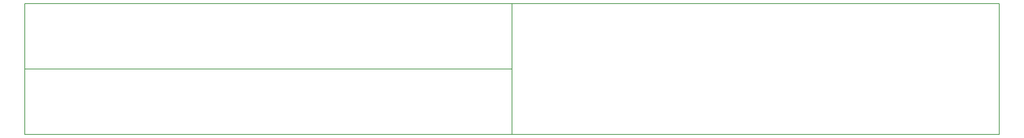
<source format=gbr>
G04 #@! TF.FileFunction,Profile,NP*
%FSLAX46Y46*%
G04 Gerber Fmt 4.6, Leading zero omitted, Abs format (unit mm)*
G04 Created by KiCad (PCBNEW 4.0.7-e2-6376~58~ubuntu16.04.1) date Fri Dec 15 23:42:03 2017*
%MOMM*%
%LPD*%
G01*
G04 APERTURE LIST*
%ADD10C,0.100000*%
%ADD11C,0.150000*%
G04 APERTURE END LIST*
D10*
D11*
X-115000000Y0D02*
X0Y0D01*
X0Y15500000D02*
X0Y-15500000D01*
X-115000000Y-15500000D02*
X115000000Y-15500000D01*
X-115000000Y15500000D02*
X-115000000Y-15500000D01*
X115000000Y15500000D02*
X-115000000Y15500000D01*
X115000000Y-15500000D02*
X115000000Y15500000D01*
M02*

</source>
